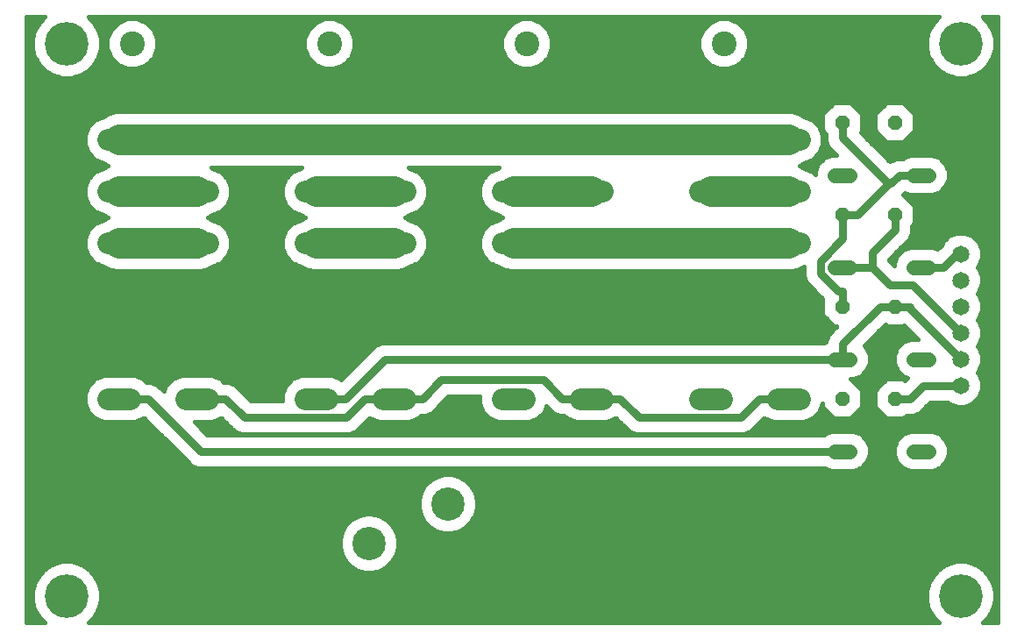
<source format=gtl>
G75*
G70*
%OFA0B0*%
%FSLAX24Y24*%
%IPPOS*%
%LPD*%
%AMOC8*
5,1,8,0,0,1.08239X$1,22.5*
%
%ADD10C,0.0827*%
%ADD11C,0.0554*%
%ADD12OC8,0.0554*%
%ADD13C,0.1266*%
%ADD14C,0.0650*%
%ADD15R,0.0945X0.0945*%
%ADD16C,0.0945*%
%ADD17C,0.0315*%
%ADD18C,0.1181*%
%ADD19C,0.0160*%
%ADD20C,0.1660*%
D10*
X003767Y009180D02*
X004593Y009180D01*
X006717Y009180D02*
X007543Y009180D01*
X011267Y009180D02*
X012093Y009180D01*
X014217Y009180D02*
X015043Y009180D01*
X018767Y009180D02*
X019593Y009180D01*
X021717Y009180D02*
X022543Y009180D01*
X026267Y009180D02*
X027093Y009180D01*
X029217Y009180D02*
X030043Y009180D01*
X030043Y015090D02*
X029217Y015090D01*
X027093Y015090D02*
X026267Y015090D01*
X026267Y017050D02*
X027093Y017050D01*
X029217Y017050D02*
X030043Y017050D01*
X030043Y019020D02*
X029217Y019020D01*
X027093Y019020D02*
X026267Y019020D01*
X022543Y019020D02*
X021717Y019020D01*
X019593Y019020D02*
X018767Y019020D01*
X018767Y017050D02*
X019593Y017050D01*
X021717Y017050D02*
X022543Y017050D01*
X022543Y015090D02*
X021717Y015090D01*
X019593Y015090D02*
X018767Y015090D01*
X015043Y015090D02*
X014217Y015090D01*
X012093Y015090D02*
X011267Y015090D01*
X011267Y017050D02*
X012093Y017050D01*
X014217Y017050D02*
X015043Y017050D01*
X015043Y019020D02*
X014217Y019020D01*
X012093Y019020D02*
X011267Y019020D01*
X007543Y019020D02*
X006717Y019020D01*
X004593Y019020D02*
X003767Y019020D01*
X003767Y017050D02*
X004593Y017050D01*
X006717Y017050D02*
X007543Y017050D01*
X007543Y015090D02*
X006717Y015090D01*
X004593Y015090D02*
X003767Y015090D01*
D11*
X031403Y014180D02*
X031957Y014180D01*
X034403Y014180D02*
X034957Y014180D01*
X034957Y017680D02*
X034403Y017680D01*
X031957Y017680D02*
X031403Y017680D01*
X031403Y010680D02*
X031957Y010680D01*
X034403Y010680D02*
X034957Y010680D01*
X034957Y007180D02*
X034403Y007180D01*
X031957Y007180D02*
X031403Y007180D01*
D12*
X031680Y009180D03*
X033680Y009180D03*
X033680Y012680D03*
X031680Y012680D03*
X031680Y016180D03*
X033680Y016180D03*
X033680Y019680D03*
X031680Y019680D03*
D13*
X016680Y005180D03*
X013680Y003680D03*
X019680Y003680D03*
D14*
X036180Y009680D03*
X036180Y010680D03*
X036180Y011680D03*
X036180Y012680D03*
X036180Y013680D03*
X036180Y014680D03*
D15*
X029180Y022680D03*
X021680Y022680D03*
X014180Y022680D03*
X006680Y022680D03*
D16*
X004680Y022680D03*
X012180Y022680D03*
X019680Y022680D03*
X027180Y022680D03*
D17*
X031680Y019680D02*
X031680Y019105D01*
X033421Y017364D01*
X033529Y017364D01*
X033845Y017680D01*
X034680Y017680D01*
X033421Y017364D02*
X033421Y017346D01*
X032255Y016180D01*
X031680Y016180D01*
X031680Y015253D01*
X030840Y014413D01*
X030840Y013946D01*
X031531Y013255D01*
X031680Y013255D01*
X031680Y012680D01*
X031680Y011255D02*
X033105Y012680D01*
X033680Y012680D01*
X034255Y012680D01*
X034255Y012605D01*
X036180Y010680D01*
X036180Y009680D02*
X034755Y009680D01*
X034255Y009180D01*
X033680Y009180D01*
X031680Y010680D02*
X014275Y010680D01*
X012775Y009180D01*
X011680Y009180D01*
X012822Y008467D02*
X013535Y009180D01*
X014630Y009180D01*
X015725Y009180D01*
X016431Y009886D01*
X020329Y009886D01*
X021035Y009180D01*
X022130Y009180D01*
X023225Y009180D01*
X023947Y008458D01*
X027813Y008458D01*
X028535Y009180D01*
X029630Y009180D01*
X031680Y010680D02*
X031680Y011255D01*
X033494Y013497D02*
X032811Y014180D01*
X031680Y014180D01*
X032811Y014180D02*
X032811Y014736D01*
X033680Y015605D01*
X033680Y016180D01*
X035515Y014180D02*
X036015Y014680D01*
X036180Y014680D01*
X035515Y014180D02*
X034680Y014180D01*
X034363Y013497D02*
X033494Y013497D01*
X034363Y013497D02*
X036180Y011680D01*
X031680Y007180D02*
X007275Y007180D01*
X005275Y009180D01*
X004180Y009180D01*
X007130Y009180D02*
X008225Y009180D01*
X008938Y008467D01*
X012822Y008467D01*
D18*
X011680Y015090D02*
X014630Y015090D01*
X014630Y017050D02*
X011680Y017050D01*
X011680Y019020D02*
X014630Y019020D01*
X019180Y019020D01*
X022130Y019020D01*
X026680Y019020D01*
X029630Y019020D01*
X029630Y017050D02*
X026680Y017050D01*
X026680Y015090D02*
X029630Y015090D01*
X026680Y015090D02*
X022130Y015090D01*
X019180Y015090D01*
X019180Y017050D02*
X022130Y017050D01*
X011680Y019020D02*
X007130Y019020D01*
X004180Y019020D01*
X004180Y017050D02*
X007130Y017050D01*
X007130Y015090D02*
X004180Y015090D01*
D19*
X000660Y023696D02*
X000660Y000660D01*
X001356Y000660D01*
X001137Y000880D01*
X000965Y001177D01*
X000876Y001508D01*
X000876Y001852D01*
X000965Y002183D01*
X001137Y002480D01*
X001380Y002723D01*
X001677Y002895D01*
X002008Y002984D01*
X002352Y002984D01*
X002683Y002895D01*
X002980Y002723D01*
X003223Y002480D01*
X003395Y002183D01*
X003484Y001852D01*
X003484Y001508D01*
X003395Y001177D01*
X003223Y000880D01*
X003004Y000660D01*
X035356Y000660D01*
X035137Y000880D01*
X034965Y001177D01*
X034876Y001508D01*
X034876Y001852D01*
X034965Y002183D01*
X035137Y002480D01*
X035380Y002723D01*
X035677Y002895D01*
X036008Y002984D01*
X036352Y002984D01*
X036683Y002895D01*
X036980Y002723D01*
X037223Y002480D01*
X037395Y002183D01*
X037484Y001852D01*
X037484Y001508D01*
X037395Y001177D01*
X037223Y000880D01*
X037004Y000660D01*
X037570Y000660D01*
X037570Y023696D01*
X037008Y023696D01*
X037223Y023480D01*
X037395Y023183D01*
X037484Y022852D01*
X037484Y022508D01*
X037395Y022177D01*
X037223Y021880D01*
X036980Y021637D01*
X036683Y021465D01*
X036352Y021376D01*
X036008Y021376D01*
X035677Y021465D01*
X035380Y021637D01*
X035137Y021880D01*
X034965Y022177D01*
X034876Y022508D01*
X034876Y022852D01*
X034965Y023183D01*
X035137Y023480D01*
X035352Y023696D01*
X003008Y023696D01*
X003223Y023480D01*
X003395Y023183D01*
X003484Y022852D01*
X003484Y022508D01*
X003395Y022177D01*
X003223Y021880D01*
X002980Y021637D01*
X002683Y021465D01*
X002352Y021376D01*
X002008Y021376D01*
X001677Y021465D01*
X001380Y021637D01*
X001137Y021880D01*
X000965Y022177D01*
X000876Y022508D01*
X000876Y022852D01*
X000965Y023183D01*
X001137Y023480D01*
X001352Y023696D01*
X000660Y023696D01*
X000660Y023638D02*
X001294Y023638D01*
X001136Y023480D02*
X000660Y023480D01*
X000660Y023321D02*
X001045Y023321D01*
X000960Y023163D02*
X000660Y023163D01*
X000660Y023004D02*
X000917Y023004D01*
X000876Y022846D02*
X000660Y022846D01*
X000660Y022687D02*
X000876Y022687D01*
X000876Y022529D02*
X000660Y022529D01*
X000660Y022370D02*
X000913Y022370D01*
X000956Y022212D02*
X000660Y022212D01*
X000660Y022053D02*
X001037Y022053D01*
X001128Y021895D02*
X000660Y021895D01*
X000660Y021736D02*
X001280Y021736D01*
X001482Y021578D02*
X000660Y021578D01*
X000660Y021419D02*
X001849Y021419D01*
X002511Y021419D02*
X035849Y021419D01*
X035482Y021578D02*
X002878Y021578D01*
X003080Y021736D02*
X004487Y021736D01*
X004492Y021734D02*
X004868Y021734D01*
X005216Y021878D01*
X005482Y022144D01*
X005626Y022492D01*
X005626Y022868D01*
X005482Y023216D01*
X005216Y023482D01*
X004868Y023626D01*
X004492Y023626D01*
X004144Y023482D01*
X003878Y023216D01*
X003734Y022868D01*
X003734Y022492D01*
X003878Y022144D01*
X004144Y021878D01*
X004492Y021734D01*
X004873Y021736D02*
X011987Y021736D01*
X011992Y021734D02*
X012368Y021734D01*
X012716Y021878D01*
X012982Y022144D01*
X013126Y022492D01*
X013126Y022868D01*
X012982Y023216D01*
X012716Y023482D01*
X012368Y023626D01*
X011992Y023626D01*
X011644Y023482D01*
X011378Y023216D01*
X011234Y022868D01*
X011234Y022492D01*
X011378Y022144D01*
X011644Y021878D01*
X011992Y021734D01*
X012373Y021736D02*
X019487Y021736D01*
X019492Y021734D02*
X019868Y021734D01*
X020216Y021878D01*
X020482Y022144D01*
X020626Y022492D01*
X020626Y022868D01*
X020482Y023216D01*
X020216Y023482D01*
X019868Y023626D01*
X019492Y023626D01*
X019144Y023482D01*
X018878Y023216D01*
X018734Y022868D01*
X018734Y022492D01*
X018878Y022144D01*
X019144Y021878D01*
X019492Y021734D01*
X019873Y021736D02*
X026987Y021736D01*
X026992Y021734D02*
X027368Y021734D01*
X027716Y021878D01*
X027982Y022144D01*
X028126Y022492D01*
X028126Y022868D01*
X027982Y023216D01*
X027716Y023482D01*
X027368Y023626D01*
X026992Y023626D01*
X026644Y023482D01*
X026378Y023216D01*
X026234Y022868D01*
X026234Y022492D01*
X026378Y022144D01*
X026644Y021878D01*
X026992Y021734D01*
X027373Y021736D02*
X035280Y021736D01*
X035128Y021895D02*
X027733Y021895D01*
X027891Y022053D02*
X035037Y022053D01*
X034956Y022212D02*
X028010Y022212D01*
X028076Y022370D02*
X034913Y022370D01*
X034876Y022529D02*
X028126Y022529D01*
X028126Y022687D02*
X034876Y022687D01*
X034876Y022846D02*
X028126Y022846D01*
X028070Y023004D02*
X034917Y023004D01*
X034960Y023163D02*
X028004Y023163D01*
X027877Y023321D02*
X035045Y023321D01*
X035136Y023480D02*
X027719Y023480D01*
X026641Y023480D02*
X020219Y023480D01*
X020377Y023321D02*
X026483Y023321D01*
X026356Y023163D02*
X020504Y023163D01*
X020570Y023004D02*
X026290Y023004D01*
X026234Y022846D02*
X020626Y022846D01*
X020626Y022687D02*
X026234Y022687D01*
X026234Y022529D02*
X020626Y022529D01*
X020576Y022370D02*
X026284Y022370D01*
X026350Y022212D02*
X020510Y022212D01*
X020391Y022053D02*
X026469Y022053D01*
X026627Y021895D02*
X020233Y021895D01*
X019127Y021895D02*
X012733Y021895D01*
X012891Y022053D02*
X018969Y022053D01*
X018850Y022212D02*
X013010Y022212D01*
X013076Y022370D02*
X018784Y022370D01*
X018734Y022529D02*
X013126Y022529D01*
X013126Y022687D02*
X018734Y022687D01*
X018734Y022846D02*
X013126Y022846D01*
X013070Y023004D02*
X018790Y023004D01*
X018856Y023163D02*
X013004Y023163D01*
X012877Y023321D02*
X018983Y023321D01*
X019141Y023480D02*
X012719Y023480D01*
X011641Y023480D02*
X005219Y023480D01*
X005377Y023321D02*
X011483Y023321D01*
X011356Y023163D02*
X005504Y023163D01*
X005570Y023004D02*
X011290Y023004D01*
X011234Y022846D02*
X005626Y022846D01*
X005626Y022687D02*
X011234Y022687D01*
X011234Y022529D02*
X005626Y022529D01*
X005576Y022370D02*
X011284Y022370D01*
X011350Y022212D02*
X005510Y022212D01*
X005391Y022053D02*
X011469Y022053D01*
X011627Y021895D02*
X005233Y021895D01*
X004127Y021895D02*
X003232Y021895D01*
X003323Y022053D02*
X003969Y022053D01*
X003850Y022212D02*
X003404Y022212D01*
X003447Y022370D02*
X003784Y022370D01*
X003734Y022529D02*
X003484Y022529D01*
X003484Y022687D02*
X003734Y022687D01*
X003734Y022846D02*
X003484Y022846D01*
X003443Y023004D02*
X003790Y023004D01*
X003856Y023163D02*
X003400Y023163D01*
X003315Y023321D02*
X003983Y023321D01*
X004141Y023480D02*
X003224Y023480D01*
X003066Y023638D02*
X035294Y023638D01*
X037066Y023638D02*
X037570Y023638D01*
X037570Y023480D02*
X037224Y023480D01*
X037315Y023321D02*
X037570Y023321D01*
X037570Y023163D02*
X037400Y023163D01*
X037443Y023004D02*
X037570Y023004D01*
X037570Y022846D02*
X037484Y022846D01*
X037484Y022687D02*
X037570Y022687D01*
X037570Y022529D02*
X037484Y022529D01*
X037447Y022370D02*
X037570Y022370D01*
X037570Y022212D02*
X037404Y022212D01*
X037323Y022053D02*
X037570Y022053D01*
X037570Y021895D02*
X037232Y021895D01*
X037080Y021736D02*
X037570Y021736D01*
X037570Y021578D02*
X036878Y021578D01*
X036511Y021419D02*
X037570Y021419D01*
X037570Y021261D02*
X000660Y021261D01*
X000660Y021102D02*
X037570Y021102D01*
X037570Y020944D02*
X000660Y020944D01*
X000660Y020785D02*
X037570Y020785D01*
X037570Y020627D02*
X000660Y020627D01*
X000660Y020468D02*
X037570Y020468D01*
X037570Y020310D02*
X034112Y020310D01*
X033991Y020431D02*
X033369Y020431D01*
X032929Y019991D01*
X032929Y019369D01*
X033369Y018929D01*
X033991Y018929D01*
X034431Y019369D01*
X034431Y019991D01*
X033991Y020431D01*
X034271Y020151D02*
X037570Y020151D01*
X037570Y019993D02*
X034429Y019993D01*
X034431Y019834D02*
X037570Y019834D01*
X037570Y019676D02*
X034431Y019676D01*
X034431Y019517D02*
X037570Y019517D01*
X037570Y019359D02*
X034420Y019359D01*
X034262Y019200D02*
X037570Y019200D01*
X037570Y019042D02*
X034103Y019042D01*
X033257Y019042D02*
X032636Y019042D01*
X032478Y019200D02*
X033098Y019200D01*
X032940Y019359D02*
X032420Y019359D01*
X032431Y019369D02*
X032431Y019991D01*
X031991Y020431D01*
X031369Y020431D01*
X030929Y019991D01*
X030929Y019369D01*
X031049Y019249D01*
X031049Y018979D01*
X031145Y018747D01*
X031322Y018570D01*
X031462Y018431D01*
X031253Y018431D01*
X030978Y018317D01*
X030766Y018105D01*
X030652Y017829D01*
X030652Y017696D01*
X030546Y017802D01*
X030228Y017934D01*
X030052Y018035D01*
X030228Y018136D01*
X030546Y018268D01*
X030795Y018518D01*
X030930Y018844D01*
X030930Y019196D01*
X030795Y019522D01*
X030546Y019772D01*
X030228Y019904D01*
X030041Y020012D01*
X029770Y020084D01*
X004040Y020084D01*
X003769Y020012D01*
X003582Y019904D01*
X003264Y019772D01*
X003015Y019522D01*
X002880Y019196D01*
X002880Y018844D01*
X003015Y018518D01*
X003264Y018268D01*
X003582Y018136D01*
X003758Y018035D01*
X003582Y017934D01*
X003264Y017802D01*
X003015Y017552D01*
X002880Y017226D01*
X002880Y016874D01*
X003015Y016548D01*
X003264Y016298D01*
X003582Y016166D01*
X003749Y016070D01*
X003582Y015974D01*
X003264Y015842D01*
X003015Y015592D01*
X002880Y015266D01*
X002880Y014914D01*
X003015Y014588D01*
X003264Y014338D01*
X003582Y014206D01*
X003769Y014098D01*
X004040Y014026D01*
X007270Y014026D01*
X007541Y014098D01*
X007728Y014206D01*
X008046Y014338D01*
X008295Y014588D01*
X008430Y014914D01*
X008430Y015266D01*
X008295Y015592D01*
X008046Y015842D01*
X007728Y015974D01*
X007561Y016070D01*
X007728Y016166D01*
X008046Y016298D01*
X008295Y016548D01*
X008430Y016874D01*
X008430Y017226D01*
X008295Y017552D01*
X008046Y017802D01*
X007728Y017934D01*
X007690Y017956D01*
X011120Y017956D01*
X011082Y017934D01*
X010764Y017802D01*
X010515Y017552D01*
X010380Y017226D01*
X010380Y016874D01*
X010515Y016548D01*
X010764Y016298D01*
X011082Y016166D01*
X011249Y016070D01*
X011082Y015974D01*
X010764Y015842D01*
X010515Y015592D01*
X010380Y015266D01*
X010380Y014914D01*
X010515Y014588D01*
X010764Y014338D01*
X011082Y014206D01*
X011269Y014098D01*
X011540Y014026D01*
X014770Y014026D01*
X015041Y014098D01*
X015228Y014206D01*
X015546Y014338D01*
X015795Y014588D01*
X015930Y014914D01*
X015930Y015266D01*
X015795Y015592D01*
X015546Y015842D01*
X015228Y015974D01*
X015061Y016070D01*
X015228Y016166D01*
X015546Y016298D01*
X015795Y016548D01*
X015930Y016874D01*
X015930Y017226D01*
X015795Y017552D01*
X015546Y017802D01*
X015228Y017934D01*
X015190Y017956D01*
X018620Y017956D01*
X018582Y017934D01*
X018264Y017802D01*
X018015Y017552D01*
X017880Y017226D01*
X017880Y016874D01*
X018015Y016548D01*
X018264Y016298D01*
X018582Y016166D01*
X018749Y016070D01*
X018582Y015974D01*
X018264Y015842D01*
X018015Y015592D01*
X017880Y015266D01*
X017880Y014914D01*
X018015Y014588D01*
X018264Y014338D01*
X018582Y014206D01*
X018769Y014098D01*
X019040Y014026D01*
X029770Y014026D01*
X030041Y014098D01*
X030209Y014195D01*
X030209Y013821D01*
X030305Y013589D01*
X030929Y012964D01*
X030929Y012369D01*
X031369Y011929D01*
X031462Y011929D01*
X031145Y011613D01*
X031049Y011381D01*
X031049Y011346D01*
X030978Y011317D01*
X030972Y011311D01*
X014149Y011311D01*
X013917Y011215D01*
X013740Y011038D01*
X012615Y009913D01*
X012596Y009932D01*
X012270Y010067D01*
X011090Y010067D01*
X010764Y009932D01*
X010515Y009682D01*
X010380Y009356D01*
X010380Y009099D01*
X009199Y009099D01*
X008583Y009715D01*
X008351Y009811D01*
X008167Y009811D01*
X008046Y009932D01*
X007720Y010067D01*
X006540Y010067D01*
X006214Y009932D01*
X005965Y009682D01*
X005877Y009471D01*
X005633Y009715D01*
X005401Y009811D01*
X005217Y009811D01*
X005096Y009932D01*
X004770Y010067D01*
X003590Y010067D01*
X003264Y009932D01*
X003015Y009682D01*
X002880Y009356D01*
X002880Y009004D01*
X003015Y008678D01*
X003264Y008428D01*
X003590Y008293D01*
X004770Y008293D01*
X005096Y008428D01*
X005115Y008447D01*
X006740Y006822D01*
X006917Y006645D01*
X007149Y006549D01*
X030972Y006549D01*
X030978Y006543D01*
X031253Y006429D01*
X032107Y006429D01*
X032382Y006543D01*
X032594Y006755D01*
X032708Y007031D01*
X032708Y007329D01*
X032594Y007605D01*
X032382Y007817D01*
X032107Y007931D01*
X031253Y007931D01*
X030978Y007817D01*
X030972Y007811D01*
X007536Y007811D01*
X007055Y008293D01*
X007720Y008293D01*
X008046Y008428D01*
X008065Y008447D01*
X008403Y008110D01*
X008580Y007932D01*
X008812Y007836D01*
X012948Y007836D01*
X013180Y007932D01*
X013695Y008447D01*
X013714Y008428D01*
X014040Y008293D01*
X015220Y008293D01*
X015546Y008428D01*
X015667Y008549D01*
X015851Y008549D01*
X016083Y008645D01*
X016693Y009255D01*
X017880Y009255D01*
X017880Y009004D01*
X018015Y008678D01*
X018264Y008428D01*
X018590Y008293D01*
X019770Y008293D01*
X020096Y008428D01*
X020345Y008678D01*
X020433Y008889D01*
X020677Y008645D01*
X020909Y008549D01*
X021093Y008549D01*
X021214Y008428D01*
X021540Y008293D01*
X022720Y008293D01*
X023046Y008428D01*
X023065Y008447D01*
X023589Y007923D01*
X023821Y007827D01*
X027939Y007827D01*
X028171Y007923D01*
X028348Y008101D01*
X028695Y008447D01*
X028714Y008428D01*
X029040Y008293D01*
X030220Y008293D01*
X030546Y008428D01*
X030795Y008678D01*
X030929Y009000D01*
X030929Y008869D01*
X031369Y008429D01*
X031991Y008429D01*
X032431Y008869D01*
X032431Y009491D01*
X031993Y009929D01*
X032107Y009929D01*
X032382Y010043D01*
X032594Y010255D01*
X032708Y010531D01*
X032708Y010829D01*
X032594Y011105D01*
X032508Y011191D01*
X033308Y011990D01*
X033369Y011929D01*
X033991Y011929D01*
X034015Y011953D01*
X034537Y011431D01*
X034253Y011431D01*
X033978Y011317D01*
X033766Y011105D01*
X033652Y010829D01*
X033652Y010531D01*
X033766Y010255D01*
X033978Y010043D01*
X034153Y009971D01*
X034052Y009870D01*
X033991Y009931D01*
X033369Y009931D01*
X032929Y009491D01*
X032929Y008869D01*
X033369Y008429D01*
X033991Y008429D01*
X034111Y008549D01*
X034381Y008549D01*
X034613Y008645D01*
X035016Y009049D01*
X035682Y009049D01*
X035728Y009003D01*
X036021Y008881D01*
X036339Y008881D01*
X036632Y009003D01*
X036857Y009228D01*
X036979Y009521D01*
X036979Y009839D01*
X036857Y010132D01*
X036809Y010180D01*
X036857Y010228D01*
X036979Y010521D01*
X036979Y010839D01*
X036857Y011132D01*
X036809Y011180D01*
X036857Y011228D01*
X036979Y011521D01*
X036979Y011839D01*
X036857Y012132D01*
X036809Y012180D01*
X036857Y012228D01*
X036979Y012521D01*
X036979Y012839D01*
X036857Y013132D01*
X036809Y013180D01*
X036857Y013228D01*
X036979Y013521D01*
X036979Y013839D01*
X036857Y014132D01*
X036809Y014180D01*
X036857Y014228D01*
X036979Y014521D01*
X036979Y014839D01*
X036857Y015132D01*
X036632Y015357D01*
X036339Y015479D01*
X036021Y015479D01*
X035728Y015357D01*
X035503Y015132D01*
X035452Y015010D01*
X035295Y014853D01*
X035107Y014931D01*
X034253Y014931D01*
X033978Y014817D01*
X033766Y014605D01*
X033652Y014329D01*
X033652Y014231D01*
X033442Y014441D01*
X033442Y014474D01*
X034038Y015070D01*
X034215Y015247D01*
X034311Y015479D01*
X034311Y015749D01*
X034431Y015869D01*
X034431Y016491D01*
X033991Y016931D01*
X033988Y016931D01*
X034065Y017007D01*
X034253Y016929D01*
X035107Y016929D01*
X035382Y017043D01*
X035594Y017255D01*
X035708Y017531D01*
X035708Y017829D01*
X035594Y018105D01*
X035382Y018317D01*
X035107Y018431D01*
X034253Y018431D01*
X033978Y018317D01*
X033972Y018311D01*
X033719Y018311D01*
X033487Y018215D01*
X033475Y018203D01*
X032370Y019308D01*
X032431Y019369D01*
X032431Y019517D02*
X032929Y019517D01*
X032929Y019676D02*
X032431Y019676D01*
X032431Y019834D02*
X032929Y019834D01*
X032931Y019993D02*
X032429Y019993D01*
X032271Y020151D02*
X033089Y020151D01*
X033248Y020310D02*
X032112Y020310D01*
X031248Y020310D02*
X000660Y020310D01*
X000660Y020151D02*
X031089Y020151D01*
X030931Y019993D02*
X030074Y019993D01*
X030396Y019834D02*
X030929Y019834D01*
X030929Y019676D02*
X030642Y019676D01*
X030798Y019517D02*
X030929Y019517D01*
X030940Y019359D02*
X030863Y019359D01*
X030929Y019200D02*
X031049Y019200D01*
X031049Y019042D02*
X030930Y019042D01*
X030930Y018883D02*
X031089Y018883D01*
X031168Y018725D02*
X030881Y018725D01*
X030816Y018566D02*
X031326Y018566D01*
X031197Y018408D02*
X030685Y018408D01*
X030500Y018249D02*
X030910Y018249D01*
X030760Y018091D02*
X030149Y018091D01*
X030232Y017932D02*
X030694Y017932D01*
X030652Y017774D02*
X030574Y017774D01*
X032795Y018883D02*
X037570Y018883D01*
X037570Y018725D02*
X032953Y018725D01*
X033112Y018566D02*
X037570Y018566D01*
X037570Y018408D02*
X035163Y018408D01*
X035450Y018249D02*
X037570Y018249D01*
X037570Y018091D02*
X035600Y018091D01*
X035666Y017932D02*
X037570Y017932D01*
X037570Y017774D02*
X035708Y017774D01*
X035708Y017615D02*
X037570Y017615D01*
X037570Y017457D02*
X035677Y017457D01*
X035612Y017298D02*
X037570Y017298D01*
X037570Y017140D02*
X035479Y017140D01*
X035232Y016981D02*
X037570Y016981D01*
X037570Y016823D02*
X034099Y016823D01*
X034128Y016981D02*
X034039Y016981D01*
X034258Y016664D02*
X037570Y016664D01*
X037570Y016506D02*
X034416Y016506D01*
X034431Y016347D02*
X037570Y016347D01*
X037570Y016189D02*
X034431Y016189D01*
X034431Y016030D02*
X037570Y016030D01*
X037570Y015872D02*
X034431Y015872D01*
X034311Y015713D02*
X037570Y015713D01*
X037570Y015555D02*
X034311Y015555D01*
X034277Y015396D02*
X035822Y015396D01*
X035608Y015238D02*
X034205Y015238D01*
X034047Y015079D02*
X035481Y015079D01*
X035363Y014921D02*
X035131Y014921D01*
X034229Y014921D02*
X033888Y014921D01*
X033923Y014762D02*
X033730Y014762D01*
X033766Y014604D02*
X033571Y014604D01*
X033442Y014445D02*
X033700Y014445D01*
X033652Y014287D02*
X033597Y014287D01*
X034038Y015070D02*
X034038Y015070D01*
X036538Y015396D02*
X037570Y015396D01*
X037570Y015238D02*
X036752Y015238D01*
X036879Y015079D02*
X037570Y015079D01*
X037570Y014921D02*
X036945Y014921D01*
X036979Y014762D02*
X037570Y014762D01*
X037570Y014604D02*
X036979Y014604D01*
X036947Y014445D02*
X037570Y014445D01*
X037570Y014287D02*
X036881Y014287D01*
X036859Y014128D02*
X037570Y014128D01*
X037570Y013970D02*
X036924Y013970D01*
X036979Y013811D02*
X037570Y013811D01*
X037570Y013653D02*
X036979Y013653D01*
X036967Y013494D02*
X037570Y013494D01*
X037570Y013336D02*
X036902Y013336D01*
X036812Y013177D02*
X037570Y013177D01*
X037570Y013019D02*
X036904Y013019D01*
X036970Y012860D02*
X037570Y012860D01*
X037570Y012702D02*
X036979Y012702D01*
X036979Y012543D02*
X037570Y012543D01*
X037570Y012385D02*
X036922Y012385D01*
X036855Y012226D02*
X037570Y012226D01*
X037570Y012068D02*
X036884Y012068D01*
X036949Y011909D02*
X037570Y011909D01*
X037570Y011751D02*
X036979Y011751D01*
X036979Y011592D02*
X037570Y011592D01*
X037570Y011434D02*
X036942Y011434D01*
X036877Y011275D02*
X037570Y011275D01*
X037570Y011117D02*
X036863Y011117D01*
X036929Y010958D02*
X037570Y010958D01*
X037570Y010800D02*
X036979Y010800D01*
X036979Y010641D02*
X037570Y010641D01*
X037570Y010483D02*
X036962Y010483D01*
X036897Y010324D02*
X037570Y010324D01*
X037570Y010166D02*
X036824Y010166D01*
X036909Y010007D02*
X037570Y010007D01*
X037570Y009849D02*
X036974Y009849D01*
X036979Y009690D02*
X037570Y009690D01*
X037570Y009532D02*
X036979Y009532D01*
X036917Y009373D02*
X037570Y009373D01*
X037570Y009215D02*
X036844Y009215D01*
X036685Y009056D02*
X037570Y009056D01*
X037570Y008898D02*
X036378Y008898D01*
X035982Y008898D02*
X034865Y008898D01*
X034707Y008739D02*
X037570Y008739D01*
X037570Y008581D02*
X034457Y008581D01*
X034253Y007931D02*
X033978Y007817D01*
X033766Y007605D01*
X033652Y007329D01*
X033652Y007031D01*
X033766Y006755D01*
X033978Y006543D01*
X034253Y006429D01*
X035107Y006429D01*
X035382Y006543D01*
X035594Y006755D01*
X035708Y007031D01*
X035708Y007329D01*
X035594Y007605D01*
X035382Y007817D01*
X035107Y007931D01*
X034253Y007931D01*
X033949Y007788D02*
X032411Y007788D01*
X032570Y007630D02*
X033790Y007630D01*
X033711Y007471D02*
X032649Y007471D01*
X032708Y007313D02*
X033652Y007313D01*
X033652Y007154D02*
X032708Y007154D01*
X032693Y006996D02*
X033667Y006996D01*
X033732Y006837D02*
X032628Y006837D01*
X032518Y006679D02*
X033842Y006679D01*
X034034Y006520D02*
X032326Y006520D01*
X031034Y006520D02*
X000660Y006520D01*
X000660Y006362D02*
X037570Y006362D01*
X037570Y006520D02*
X035326Y006520D01*
X035518Y006679D02*
X037570Y006679D01*
X037570Y006837D02*
X035628Y006837D01*
X035693Y006996D02*
X037570Y006996D01*
X037570Y007154D02*
X035708Y007154D01*
X035708Y007313D02*
X037570Y007313D01*
X037570Y007471D02*
X035649Y007471D01*
X035570Y007630D02*
X037570Y007630D01*
X037570Y007788D02*
X035411Y007788D01*
X037570Y007947D02*
X028194Y007947D01*
X028353Y008105D02*
X037570Y008105D01*
X037570Y008264D02*
X028511Y008264D01*
X028670Y008422D02*
X028728Y008422D01*
X030532Y008422D02*
X037570Y008422D01*
X037570Y006203D02*
X017122Y006203D01*
X017107Y006211D02*
X016826Y006287D01*
X016534Y006287D01*
X016253Y006211D01*
X016000Y006066D01*
X015794Y005860D01*
X015649Y005607D01*
X015573Y005326D01*
X015573Y005034D01*
X015649Y004753D01*
X015794Y004500D01*
X016000Y004294D01*
X016253Y004149D01*
X016534Y004073D01*
X016826Y004073D01*
X017107Y004149D01*
X017360Y004294D01*
X017566Y004500D01*
X017711Y004753D01*
X017787Y005034D01*
X017787Y005326D01*
X017711Y005607D01*
X017566Y005860D01*
X017360Y006066D01*
X017107Y006211D01*
X017381Y006045D02*
X037570Y006045D01*
X037570Y005886D02*
X017539Y005886D01*
X017642Y005728D02*
X037570Y005728D01*
X037570Y005569D02*
X017722Y005569D01*
X017764Y005411D02*
X037570Y005411D01*
X037570Y005252D02*
X017787Y005252D01*
X017787Y005094D02*
X037570Y005094D01*
X037570Y004935D02*
X017760Y004935D01*
X017718Y004777D02*
X037570Y004777D01*
X037570Y004618D02*
X017634Y004618D01*
X017525Y004460D02*
X037570Y004460D01*
X037570Y004301D02*
X017366Y004301D01*
X017084Y004143D02*
X037570Y004143D01*
X037570Y003984D02*
X014744Y003984D01*
X014711Y004107D02*
X014566Y004360D01*
X014360Y004566D01*
X014107Y004711D01*
X013826Y004787D01*
X013534Y004787D01*
X013253Y004711D01*
X013000Y004566D01*
X012794Y004360D01*
X012649Y004107D01*
X012573Y003826D01*
X012573Y003534D01*
X012649Y003253D01*
X012794Y003000D01*
X013000Y002794D01*
X013253Y002649D01*
X013534Y002573D01*
X013826Y002573D01*
X014107Y002649D01*
X014360Y002794D01*
X014566Y003000D01*
X014711Y003253D01*
X014787Y003534D01*
X014787Y003826D01*
X014711Y004107D01*
X014691Y004143D02*
X016276Y004143D01*
X015994Y004301D02*
X014599Y004301D01*
X014466Y004460D02*
X015835Y004460D01*
X015726Y004618D02*
X014269Y004618D01*
X013864Y004777D02*
X015642Y004777D01*
X015600Y004935D02*
X000660Y004935D01*
X000660Y004777D02*
X013496Y004777D01*
X013091Y004618D02*
X000660Y004618D01*
X000660Y004460D02*
X012894Y004460D01*
X012761Y004301D02*
X000660Y004301D01*
X000660Y004143D02*
X012669Y004143D01*
X012616Y003984D02*
X000660Y003984D01*
X000660Y003826D02*
X012573Y003826D01*
X012573Y003667D02*
X000660Y003667D01*
X000660Y003509D02*
X012580Y003509D01*
X012623Y003350D02*
X000660Y003350D01*
X000660Y003192D02*
X012684Y003192D01*
X012776Y003033D02*
X000660Y003033D01*
X000660Y002875D02*
X001642Y002875D01*
X001372Y002716D02*
X000660Y002716D01*
X000660Y002558D02*
X001214Y002558D01*
X001090Y002399D02*
X000660Y002399D01*
X000660Y002241D02*
X000998Y002241D01*
X000938Y002082D02*
X000660Y002082D01*
X000660Y001924D02*
X000896Y001924D01*
X000876Y001765D02*
X000660Y001765D01*
X000660Y001607D02*
X000876Y001607D01*
X000893Y001448D02*
X000660Y001448D01*
X000660Y001290D02*
X000935Y001290D01*
X000992Y001131D02*
X000660Y001131D01*
X000660Y000973D02*
X001083Y000973D01*
X001202Y000814D02*
X000660Y000814D01*
X003158Y000814D02*
X035202Y000814D01*
X035083Y000973D02*
X003277Y000973D01*
X003368Y001131D02*
X034992Y001131D01*
X034935Y001290D02*
X003425Y001290D01*
X003467Y001448D02*
X034893Y001448D01*
X034876Y001607D02*
X003484Y001607D01*
X003484Y001765D02*
X034876Y001765D01*
X034896Y001924D02*
X003464Y001924D01*
X003422Y002082D02*
X034938Y002082D01*
X034998Y002241D02*
X003362Y002241D01*
X003270Y002399D02*
X035090Y002399D01*
X035214Y002558D02*
X003146Y002558D01*
X002988Y002716D02*
X013136Y002716D01*
X012920Y002875D02*
X002718Y002875D01*
X000660Y005094D02*
X015573Y005094D01*
X015573Y005252D02*
X000660Y005252D01*
X000660Y005411D02*
X015596Y005411D01*
X015638Y005569D02*
X000660Y005569D01*
X000660Y005728D02*
X015718Y005728D01*
X015821Y005886D02*
X000660Y005886D01*
X000660Y006045D02*
X015979Y006045D01*
X016238Y006203D02*
X000660Y006203D01*
X000660Y006679D02*
X006884Y006679D01*
X006725Y006837D02*
X000660Y006837D01*
X000660Y006996D02*
X006567Y006996D01*
X006408Y007154D02*
X000660Y007154D01*
X000660Y007313D02*
X006250Y007313D01*
X006091Y007471D02*
X000660Y007471D01*
X000660Y007630D02*
X005933Y007630D01*
X005774Y007788D02*
X000660Y007788D01*
X000660Y007947D02*
X005616Y007947D01*
X005457Y008105D02*
X000660Y008105D01*
X000660Y008264D02*
X005299Y008264D01*
X005140Y008422D02*
X005082Y008422D01*
X005816Y009532D02*
X005902Y009532D01*
X005972Y009690D02*
X005658Y009690D01*
X006131Y009849D02*
X005179Y009849D01*
X004915Y010007D02*
X006395Y010007D01*
X007865Y010007D02*
X010945Y010007D01*
X010681Y009849D02*
X008129Y009849D01*
X008608Y009690D02*
X010522Y009690D01*
X010452Y009532D02*
X008766Y009532D01*
X008925Y009373D02*
X010386Y009373D01*
X010380Y009215D02*
X009083Y009215D01*
X008090Y008422D02*
X008032Y008422D01*
X008249Y008264D02*
X007084Y008264D01*
X007243Y008105D02*
X008407Y008105D01*
X008566Y007947D02*
X007401Y007947D01*
X003278Y008422D02*
X000660Y008422D01*
X000660Y008581D02*
X003112Y008581D01*
X002989Y008739D02*
X000660Y008739D01*
X000660Y008898D02*
X002923Y008898D01*
X002880Y009056D02*
X000660Y009056D01*
X000660Y009215D02*
X002880Y009215D01*
X002886Y009373D02*
X000660Y009373D01*
X000660Y009532D02*
X002952Y009532D01*
X003022Y009690D02*
X000660Y009690D01*
X000660Y009849D02*
X003181Y009849D01*
X003445Y010007D02*
X000660Y010007D01*
X000660Y010166D02*
X012868Y010166D01*
X013026Y010324D02*
X000660Y010324D01*
X000660Y010483D02*
X013185Y010483D01*
X013343Y010641D02*
X000660Y010641D01*
X000660Y010800D02*
X013502Y010800D01*
X013660Y010958D02*
X000660Y010958D01*
X000660Y011117D02*
X013819Y011117D01*
X014062Y011275D02*
X000660Y011275D01*
X000660Y011434D02*
X031071Y011434D01*
X031136Y011592D02*
X000660Y011592D01*
X000660Y011751D02*
X031283Y011751D01*
X031441Y011909D02*
X000660Y011909D01*
X000660Y012068D02*
X031231Y012068D01*
X031072Y012226D02*
X000660Y012226D01*
X000660Y012385D02*
X030929Y012385D01*
X030929Y012543D02*
X000660Y012543D01*
X000660Y012702D02*
X030929Y012702D01*
X030929Y012860D02*
X000660Y012860D01*
X000660Y013019D02*
X030875Y013019D01*
X030716Y013177D02*
X000660Y013177D01*
X000660Y013336D02*
X030558Y013336D01*
X030399Y013494D02*
X000660Y013494D01*
X000660Y013653D02*
X030278Y013653D01*
X030213Y013811D02*
X000660Y013811D01*
X000660Y013970D02*
X030209Y013970D01*
X030209Y014128D02*
X030092Y014128D01*
X033068Y011751D02*
X034217Y011751D01*
X034058Y011909D02*
X033227Y011909D01*
X032910Y011592D02*
X034375Y011592D01*
X034534Y011434D02*
X032751Y011434D01*
X032593Y011275D02*
X033936Y011275D01*
X033777Y011117D02*
X032583Y011117D01*
X032655Y010958D02*
X033705Y010958D01*
X033652Y010800D02*
X032708Y010800D01*
X032708Y010641D02*
X033652Y010641D01*
X033672Y010483D02*
X032688Y010483D01*
X032622Y010324D02*
X033738Y010324D01*
X033855Y010166D02*
X032505Y010166D01*
X032295Y010007D02*
X034065Y010007D01*
X033287Y009849D02*
X032073Y009849D01*
X032232Y009690D02*
X033128Y009690D01*
X032970Y009532D02*
X032390Y009532D01*
X032431Y009373D02*
X032929Y009373D01*
X032929Y009215D02*
X032431Y009215D01*
X032431Y009056D02*
X032929Y009056D01*
X032929Y008898D02*
X032431Y008898D01*
X032301Y008739D02*
X033059Y008739D01*
X033218Y008581D02*
X032142Y008581D01*
X031218Y008581D02*
X030698Y008581D01*
X030821Y008739D02*
X031059Y008739D01*
X030929Y008898D02*
X030887Y008898D01*
X023566Y007947D02*
X013194Y007947D01*
X013353Y008105D02*
X023407Y008105D01*
X023249Y008264D02*
X013511Y008264D01*
X013670Y008422D02*
X013728Y008422D01*
X015532Y008422D02*
X018278Y008422D01*
X018112Y008581D02*
X015927Y008581D01*
X016177Y008739D02*
X017989Y008739D01*
X017923Y008898D02*
X016335Y008898D01*
X016494Y009056D02*
X017880Y009056D01*
X017880Y009215D02*
X016652Y009215D01*
X020082Y008422D02*
X021228Y008422D01*
X020833Y008581D02*
X020248Y008581D01*
X020371Y008739D02*
X020583Y008739D01*
X023032Y008422D02*
X023090Y008422D01*
X014787Y003826D02*
X037570Y003826D01*
X037570Y003667D02*
X014787Y003667D01*
X014780Y003509D02*
X037570Y003509D01*
X037570Y003350D02*
X014737Y003350D01*
X014676Y003192D02*
X037570Y003192D01*
X037570Y003033D02*
X014584Y003033D01*
X014440Y002875D02*
X035642Y002875D01*
X035372Y002716D02*
X014224Y002716D01*
X012709Y010007D02*
X012415Y010007D01*
X011218Y014128D02*
X007592Y014128D01*
X007922Y014287D02*
X010888Y014287D01*
X010657Y014445D02*
X008153Y014445D01*
X008302Y014604D02*
X010508Y014604D01*
X010442Y014762D02*
X008368Y014762D01*
X008430Y014921D02*
X010380Y014921D01*
X010380Y015079D02*
X008430Y015079D01*
X008430Y015238D02*
X010380Y015238D01*
X010433Y015396D02*
X008377Y015396D01*
X008311Y015555D02*
X010499Y015555D01*
X010635Y015713D02*
X008175Y015713D01*
X007975Y015872D02*
X010835Y015872D01*
X011028Y016189D02*
X007782Y016189D01*
X007630Y016030D02*
X011180Y016030D01*
X010715Y016347D02*
X008095Y016347D01*
X008253Y016506D02*
X010557Y016506D01*
X010466Y016664D02*
X008344Y016664D01*
X008409Y016823D02*
X010401Y016823D01*
X010380Y016981D02*
X008430Y016981D01*
X008430Y017140D02*
X010380Y017140D01*
X010409Y017298D02*
X008401Y017298D01*
X008335Y017457D02*
X010475Y017457D01*
X010577Y017615D02*
X008233Y017615D01*
X008074Y017774D02*
X010736Y017774D01*
X011078Y017932D02*
X007732Y017932D01*
X003661Y018091D02*
X000660Y018091D01*
X000660Y018249D02*
X003310Y018249D01*
X003125Y018408D02*
X000660Y018408D01*
X000660Y018566D02*
X002994Y018566D01*
X002929Y018725D02*
X000660Y018725D01*
X000660Y018883D02*
X002880Y018883D01*
X002880Y019042D02*
X000660Y019042D01*
X000660Y019200D02*
X002881Y019200D01*
X002947Y019359D02*
X000660Y019359D01*
X000660Y019517D02*
X003012Y019517D01*
X003168Y019676D02*
X000660Y019676D01*
X000660Y019834D02*
X003414Y019834D01*
X003736Y019993D02*
X000660Y019993D01*
X000660Y017932D02*
X003578Y017932D01*
X003236Y017774D02*
X000660Y017774D01*
X000660Y017615D02*
X003077Y017615D01*
X002975Y017457D02*
X000660Y017457D01*
X000660Y017298D02*
X002909Y017298D01*
X002880Y017140D02*
X000660Y017140D01*
X000660Y016981D02*
X002880Y016981D01*
X002901Y016823D02*
X000660Y016823D01*
X000660Y016664D02*
X002966Y016664D01*
X003057Y016506D02*
X000660Y016506D01*
X000660Y016347D02*
X003215Y016347D01*
X003528Y016189D02*
X000660Y016189D01*
X000660Y016030D02*
X003680Y016030D01*
X003335Y015872D02*
X000660Y015872D01*
X000660Y015713D02*
X003135Y015713D01*
X002999Y015555D02*
X000660Y015555D01*
X000660Y015396D02*
X002933Y015396D01*
X002880Y015238D02*
X000660Y015238D01*
X000660Y015079D02*
X002880Y015079D01*
X002880Y014921D02*
X000660Y014921D01*
X000660Y014762D02*
X002942Y014762D01*
X003008Y014604D02*
X000660Y014604D01*
X000660Y014445D02*
X003157Y014445D01*
X003388Y014287D02*
X000660Y014287D01*
X000660Y014128D02*
X003718Y014128D01*
X015092Y014128D02*
X018718Y014128D01*
X018388Y014287D02*
X015422Y014287D01*
X015653Y014445D02*
X018157Y014445D01*
X018008Y014604D02*
X015802Y014604D01*
X015868Y014762D02*
X017942Y014762D01*
X017880Y014921D02*
X015930Y014921D01*
X015930Y015079D02*
X017880Y015079D01*
X017880Y015238D02*
X015930Y015238D01*
X015877Y015396D02*
X017933Y015396D01*
X017999Y015555D02*
X015811Y015555D01*
X015675Y015713D02*
X018135Y015713D01*
X018335Y015872D02*
X015475Y015872D01*
X015282Y016189D02*
X018528Y016189D01*
X018680Y016030D02*
X015130Y016030D01*
X015595Y016347D02*
X018215Y016347D01*
X018057Y016506D02*
X015753Y016506D01*
X015844Y016664D02*
X017966Y016664D01*
X017901Y016823D02*
X015909Y016823D01*
X015930Y016981D02*
X017880Y016981D01*
X017880Y017140D02*
X015930Y017140D01*
X015901Y017298D02*
X017909Y017298D01*
X017975Y017457D02*
X015835Y017457D01*
X015733Y017615D02*
X018077Y017615D01*
X018236Y017774D02*
X015574Y017774D01*
X015232Y017932D02*
X018578Y017932D01*
X033270Y018408D02*
X034197Y018408D01*
X033569Y018249D02*
X033429Y018249D01*
X036718Y002875D02*
X037570Y002875D01*
X037570Y002716D02*
X036988Y002716D01*
X037146Y002558D02*
X037570Y002558D01*
X037570Y002399D02*
X037270Y002399D01*
X037362Y002241D02*
X037570Y002241D01*
X037570Y002082D02*
X037422Y002082D01*
X037464Y001924D02*
X037570Y001924D01*
X037570Y001765D02*
X037484Y001765D01*
X037484Y001607D02*
X037570Y001607D01*
X037570Y001448D02*
X037467Y001448D01*
X037425Y001290D02*
X037570Y001290D01*
X037570Y001131D02*
X037368Y001131D01*
X037277Y000973D02*
X037570Y000973D01*
X037570Y000814D02*
X037158Y000814D01*
D20*
X036180Y001680D03*
X036180Y022680D03*
X002180Y022680D03*
X002180Y001680D03*
M02*

</source>
